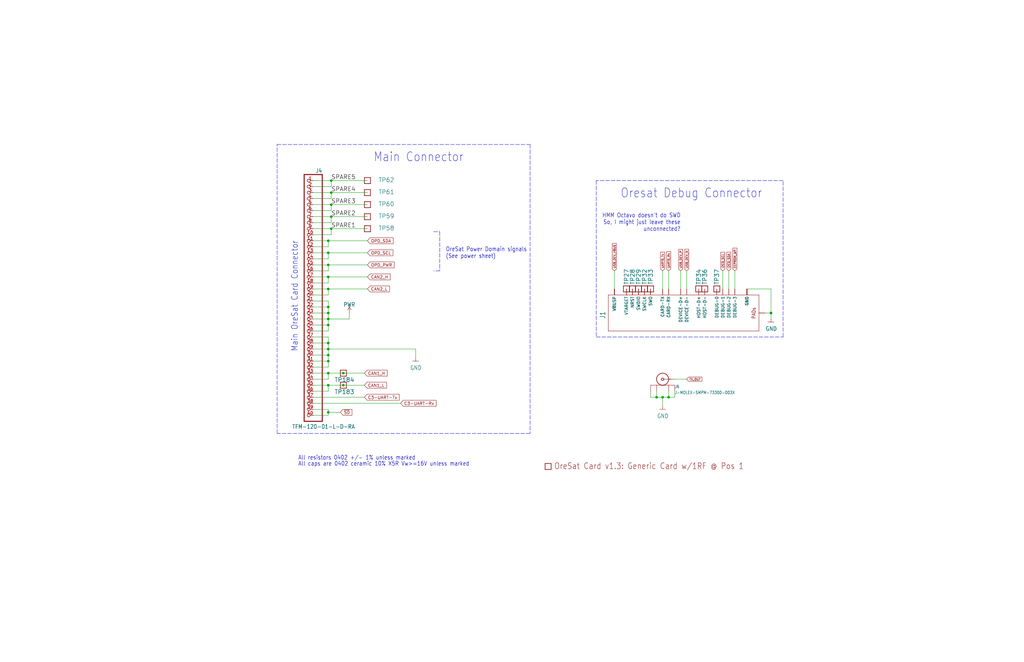
<source format=kicad_sch>
(kicad_sch (version 20211123) (generator eeschema)
  (paper "B")
  (title_block (title "Oresat DxWifi Card") (date "2022-01-30") (rev "1.1"))
  (lib_symbols
    (symbol "OreSat-Power:GND" (power) (pin_names (offset 0))
      (property "Value" "GND" (at 0 -2.54 0))
      (symbol "GND_0_1"
        (polyline (pts (xy 0 0) (xy 0 -1.27) (xy 1.27 -1.27) (xy 0 -1.27) (xy -1.27 -1.27) (xy 0 -1.27)))
      )
      (symbol "GND_1_1"
        (pin power_in line (at 0 0 270) (length 0) hide (name "GND") (number "1"))
      )
    )
    (symbol "OreSat-Power:VBUS" (power) (pin_names (offset 0))
      (property "Value" "VBUS" (at 0 3.556 0))
      (symbol "VBUS_0_1"
        (polyline (pts (xy -0.762 1.27) (xy 0 2.54)))
        (polyline (pts (xy 0 0) (xy 0 2.54)))
        (polyline (pts (xy 0 2.54) (xy 0.762 1.27)))
      )
      (symbol "VBUS_1_1"
        (pin power_in line (at 0 0 90) (length 0) hide (name "PWR") (number "1"))
      )
    )
    (symbol "oresat-live-card-eagle-import:J-MOLEX-SMPM-73300-003X"
      (property "Reference" "CM" (at 5.08 -3.81 0))
      (property "Value" "J-MOLEX-SMPM-73300-003X" (at 5.08 -6.35 0))
      (symbol "J-MOLEX-SMPM-73300-003X_1_0"
        (polyline (pts (xy -5.08 -2.54) (xy -2.54 -2.54)) (stroke (width 0.1524)))
        (polyline (pts (xy -2.54 -2.54) (xy 2.54 -2.54)) (stroke (width 0.1524)))
        (polyline (pts (xy 0.508 0) (xy 3.556 0)) (stroke (width 0.1524)))
        (polyline (pts (xy 5.08 -2.54) (xy 2.54 -2.54)) (stroke (width 0.1524)))
        (circle (center 0 0) (radius 0.508) (stroke (width 0.254)))
        (circle (center 0 0) (radius 2.54) (stroke (width 0.254)))
        (pin passive line (at -5.08 -5.08 90) (length 2.54) (name "SHIELD3") (number "P$1"))
        (pin passive line (at 5.08 -5.08 90) (length 2.54) (name "SHIELD2") (number "P$2"))
        (pin passive line (at -2.54 -5.08 90) (length 2.54) (name "SHIELD1") (number "P$3"))
        (pin passive line (at 2.54 -5.08 90) (length 2.54) (name "SHIELD") (number "P$4"))
        (pin passive line (at 5.08 0 180) (length 2.54) (name "CENTER") (number "RF"))
      )
    )
    (symbol "oresat-live-card-eagle-import:J-SAMTEC-TFM-120-X1-XXX-D-RA"
      (property "Reference" "J" (at -6.35 51.435 0))
      (property "Value" "J-SAMTEC-TFM-120-X1-XXX-D-RA" (at -6.35 -55.88 0))
      (symbol "J-SAMTEC-TFM-120-X1-XXX-D-RA_1_0"
        (polyline (pts (xy -6.35 -53.34) (xy 1.27 -53.34)) (stroke (width 0.4064)))
        (polyline (pts (xy -6.35 50.8) (xy -6.35 -53.34)) (stroke (width 0.4064)))
        (polyline (pts (xy 1.27 -53.34) (xy 1.27 50.8)) (stroke (width 0.4064)))
        (polyline (pts (xy 1.27 50.8) (xy -6.35 50.8)) (stroke (width 0.4064)))
        (pin passive inverted (at -2.54 48.26 0) (length 2.54) (name "1") (number "1"))
        (pin passive inverted (at -2.54 25.4 0) (length 2.54) (name "10") (number "10"))
        (pin passive inverted (at -2.54 22.86 0) (length 2.54) (name "11") (number "11"))
        (pin passive inverted (at -2.54 20.32 0) (length 2.54) (name "12") (number "12"))
        (pin passive inverted (at -2.54 17.78 0) (length 2.54) (name "13") (number "13"))
        (pin passive inverted (at -2.54 15.24 0) (length 2.54) (name "14") (number "14"))
        (pin passive inverted (at -2.54 12.7 0) (length 2.54) (name "15") (number "15"))
        (pin passive inverted (at -2.54 10.16 0) (length 2.54) (name "16") (number "16"))
        (pin passive inverted (at -2.54 7.62 0) (length 2.54) (name "17") (number "17"))
        (pin passive inverted (at -2.54 5.08 0) (length 2.54) (name "18") (number "18"))
        (pin passive inverted (at -2.54 2.54 0) (length 2.54) (name "19") (number "19"))
        (pin passive inverted (at -2.54 45.72 0) (length 2.54) (name "2") (number "2"))
        (pin passive inverted (at -2.54 0 0) (length 2.54) (name "20") (number "20"))
        (pin passive inverted (at -2.54 -2.54 0) (length 2.54) (name "21") (number "21"))
        (pin passive inverted (at -2.54 -5.08 0) (length 2.54) (name "22") (number "22"))
        (pin passive inverted (at -2.54 -7.62 0) (length 2.54) (name "23") (number "23"))
        (pin passive inverted (at -2.54 -10.16 0) (length 2.54) (name "24") (number "24"))
        (pin passive inverted (at -2.54 -12.7 0) (length 2.54) (name "25") (number "25"))
        (pin passive inverted (at -2.54 -15.24 0) (length 2.54) (name "26") (number "26"))
        (pin passive inverted (at -2.54 -17.78 0) (length 2.54) (name "27") (number "27"))
        (pin passive inverted (at -2.54 -20.32 0) (length 2.54) (name "28") (number "28"))
        (pin passive inverted (at -2.54 -22.86 0) (length 2.54) (name "29") (number "29"))
        (pin passive inverted (at -2.54 43.18 0) (length 2.54) (name "3") (number "3"))
        (pin passive inverted (at -2.54 -25.4 0) (length 2.54) (name "30") (number "30"))
        (pin passive inverted (at -2.54 -27.94 0) (length 2.54) (name "31") (number "31"))
        (pin passive inverted (at -2.54 -30.48 0) (length 2.54) (name "32") (number "32"))
        (pin passive inverted (at -2.54 -33.02 0) (length 2.54) (name "33") (number "33"))
        (pin passive inverted (at -2.54 -35.56 0) (length 2.54) (name "34") (number "34"))
        (pin passive inverted (at -2.54 -38.1 0) (length 2.54) (name "35") (number "35"))
        (pin passive inverted (at -2.54 -40.64 0) (length 2.54) (name "36") (number "36"))
        (pin passive inverted (at -2.54 -43.18 0) (length 2.54) (name "37") (number "37"))
        (pin passive inverted (at -2.54 -45.72 0) (length 2.54) (name "38") (number "38"))
        (pin passive inverted (at -2.54 -48.26 0) (length 2.54) (name "39") (number "39"))
        (pin passive inverted (at -2.54 40.64 0) (length 2.54) (name "4") (number "4"))
        (pin passive inverted (at -2.54 -50.8 0) (length 2.54) (name "40") (number "40"))
        (pin passive inverted (at -2.54 38.1 0) (length 2.54) (name "5") (number "5"))
        (pin passive inverted (at -2.54 35.56 0) (length 2.54) (name "6") (number "6"))
        (pin passive inverted (at -2.54 33.02 0) (length 2.54) (name "7") (number "7"))
        (pin passive inverted (at -2.54 30.48 0) (length 2.54) (name "8") (number "8"))
        (pin passive inverted (at -2.54 27.94 0) (length 2.54) (name "9") (number "9"))
      )
    )
    (symbol "oresat-live-card-eagle-import:ORESAT-CARD-V1.3-GENERIC-1RF-POS1"
      (symbol "ORESAT-CARD-V1.3-GENERIC-1RF-POS1_1_0"
        (polyline (pts (xy -1.27 -1.27) (xy 1.27 -1.27)) (stroke (width 0.254)))
        (polyline (pts (xy -1.27 1.27) (xy -1.27 -1.27)) (stroke (width 0.254)))
        (polyline (pts (xy 1.27 -1.27) (xy 1.27 1.27)) (stroke (width 0.254)))
        (polyline (pts (xy 1.27 1.27) (xy -1.27 1.27)) (stroke (width 0.254)))
        (text "OreSat Card v1.3: Generic Card w/1RF @ Pos 1" (at 2.54 -1.27 0) (effects (font (size 2.54 2.159)) (justify left bottom)))
      )
    )
    (symbol "oresat-live-card-eagle-import:ORESAT-DEBUG-CONNECTOR-CARD"
      (property "Reference" "J" (at -3.81 31.75 0))
      (symbol "ORESAT-DEBUG-CONNECTOR-CARD_1_0"
        (polyline (pts (xy -7.62 -33.02) (xy 7.62 -33.02)) (stroke (width 0.1524)))
        (polyline (pts (xy -7.62 30.48) (xy -7.62 -33.02)) (stroke (width 0.1524)))
        (polyline (pts (xy 7.62 -33.02) (xy 7.62 30.48)) (stroke (width 0.1524)))
        (polyline (pts (xy 7.62 30.48) (xy -7.62 30.48)) (stroke (width 0.1524)))
        (text "PADs" (at -2.54 -31.75 0) (effects (font (size 1.524 1.2954)) (justify left bottom)))
        (pin passive line (at 10.16 27.94 180) (length 2.54) (name "VBUSP") (number "1"))
        (pin passive line (at 10.16 20.32 180) (length 2.54) (name "NRST") (number "10"))
        (pin passive line (at 10.16 22.86 180) (length 2.54) (name "VTARGET") (number "11"))
        (pin passive line (at 10.16 5.08 180) (length 2.54) (name "CARD-RX") (number "12"))
        (pin passive line (at 10.16 7.62 180) (length 2.54) (name "CARD-TX") (number "13"))
        (pin passive line (at 10.16 17.78 180) (length 2.54) (name "SWDIO") (number "14"))
        (pin passive line (at 10.16 15.24 180) (length 2.54) (name "SWCLK") (number "15"))
        (pin passive line (at 10.16 12.7 180) (length 2.54) (name "SWO") (number "16"))
        (pin passive line (at 10.16 -15.24 180) (length 2.54) (name "DEBUG-0") (number "17"))
        (pin passive line (at 10.16 -17.78 180) (length 2.54) (name "DEBUG-1") (number "18"))
        (pin passive line (at 10.16 -20.32 180) (length 2.54) (name "DEBUG-2") (number "19"))
        (pin passive line (at 10.16 27.94 180) (length 2.54) (name "VBUSP") (number "2"))
        (pin passive line (at 10.16 -22.86 180) (length 2.54) (name "DEBUG-3") (number "20"))
        (pin passive line (at 10.16 -27.94 180) (length 2.54) (name "GND") (number "3"))
        (pin passive line (at 10.16 0 180) (length 2.54) (name "DEVICE-D+") (number "4"))
        (pin passive line (at 10.16 -2.54 180) (length 2.54) (name "DEVICE-D-") (number "5"))
        (pin passive line (at 10.16 -27.94 180) (length 2.54) (name "GND") (number "6"))
        (pin passive line (at 10.16 -7.62 180) (length 2.54) (name "HOST-D+") (number "7"))
        (pin passive line (at 10.16 -10.16 180) (length 2.54) (name "HOST-D-") (number "8"))
        (pin passive line (at 10.16 -27.94 180) (length 2.54) (name "GND") (number "9"))
        (pin bidirectional line (at 0 -35.56 90) (length 2.54) (name "PAD") (number "PAD1"))
        (pin bidirectional line (at 0 -35.56 90) (length 2.54) (name "PAD") (number "PAD2"))
      )
    )
    (symbol "oresat-live-card-eagle-import:TEST-POINT"
      (property "Reference" "TP" (at -5.08 2.54 0))
      (symbol "TEST-POINT_1_0"
        (polyline (pts (xy -1.27 -1.27) (xy -1.27 1.27)) (stroke (width 0.254)))
        (polyline (pts (xy -1.27 1.27) (xy 1.27 1.27)) (stroke (width 0.254)))
        (polyline (pts (xy 1.27 -1.27) (xy -1.27 -1.27)) (stroke (width 0.254)))
        (polyline (pts (xy 1.27 1.27) (xy 1.27 -1.27)) (stroke (width 0.254)))
        (pin passive line (at 0 0 0) (length 0) (name "1") (number "1"))
      )
    )
  )
  (junction (at 276.86 167.64))
  (junction (at 138.43 106.68))
  (junction (at 138.43 111.76))
  (junction (at 138.43 173.99))
  (junction (at 138.43 132.08))
  (junction (at 138.43 101.6))
  (junction (at 138.43 149.86))
  (junction (at 138.43 152.4))
  (junction (at 325.12 132.08))
  (junction (at 138.43 147.32))
  (junction (at 138.43 116.84))
  (junction (at 138.43 162.56))
  (junction (at 139.7 96.52))
  (junction (at 279.4 167.64))
  (junction (at 138.43 121.92))
  (junction (at 138.43 134.62))
  (junction (at 139.7 86.36))
  (junction (at 139.7 91.44))
  (junction (at 281.94 167.64))
  (junction (at 138.43 144.78))
  (junction (at 139.7 81.28))
  (junction (at 144.78 162.56))
  (junction (at 144.78 157.48))
  (junction (at 138.43 129.54))
  (junction (at 138.43 157.48))
  (junction (at 138.43 137.16))
  (junction (at 139.7 76.2))
  (wire (pts (xy 132.08 83.82) (xy 139.7 83.82)))
  (wire (pts (xy 138.43 111.76) (xy 138.43 114.3)))
  (wire (pts (xy 138.43 106.68) (xy 132.08 106.68)))
  (wire (pts (xy 276.86 165.1) (xy 276.86 167.64)))
  (wire (pts (xy 132.08 149.86) (xy 138.43 149.86)))
  (wire (pts (xy 132.08 104.14) (xy 138.43 104.14)))
  (wire (pts (xy 138.43 111.76) (xy 132.08 111.76)))
  (wire (pts (xy 132.08 109.22) (xy 138.43 109.22)))
  (wire (pts (xy 132.08 167.64) (xy 153.67 167.64)))
  (wire (pts (xy 138.43 173.99) (xy 138.43 172.72)))
  (wire (pts (xy 304.8 121.92) (xy 304.8 114.3)))
  (wire (pts (xy 138.43 129.54) (xy 132.08 129.54)))
  (wire (pts (xy 139.7 81.28) (xy 132.08 81.28)))
  (wire (pts (xy 154.94 96.52) (xy 139.7 96.52)))
  (wire (pts (xy 138.43 109.22) (xy 138.43 106.68)))
  (wire (pts (xy 138.43 132.08) (xy 138.43 129.54)))
  (wire (pts (xy 279.4 167.64) (xy 276.86 167.64)))
  (wire (pts (xy 154.94 76.2) (xy 139.7 76.2)))
  (wire (pts (xy 132.08 144.78) (xy 138.43 144.78)))
  (wire (pts (xy 132.08 165.1) (xy 138.43 165.1)))
  (wire (pts (xy 138.43 144.78) (xy 138.43 147.32)))
  (wire (pts (xy 132.08 170.18) (xy 168.91 170.18)))
  (polyline (pts (xy 116.84 60.96) (xy 223.52 60.96)))
  (wire (pts (xy 154.94 81.28) (xy 139.7 81.28)))
  (wire (pts (xy 138.43 144.78) (xy 138.43 142.24)))
  (wire (pts (xy 307.34 121.92) (xy 307.34 114.3)))
  (polyline (pts (xy 182.88 97.79) (xy 185.42 97.79)))
  (wire (pts (xy 138.43 132.08) (xy 132.08 132.08)))
  (wire (pts (xy 138.43 101.6) (xy 132.08 101.6)))
  (wire (pts (xy 322.58 132.08) (xy 325.12 132.08)))
  (wire (pts (xy 309.88 121.92) (xy 309.88 114.3)))
  (wire (pts (xy 138.43 137.16) (xy 138.43 134.62)))
  (wire (pts (xy 132.08 175.26) (xy 138.43 175.26)))
  (wire (pts (xy 325.12 121.92) (xy 314.96 121.92)))
  (wire (pts (xy 138.43 124.46) (xy 132.08 124.46)))
  (polyline (pts (xy 223.52 60.96) (xy 223.52 182.88)))
  (wire (pts (xy 139.7 88.9) (xy 139.7 86.36)))
  (wire (pts (xy 132.08 162.56) (xy 138.43 162.56)))
  (wire (pts (xy 138.43 162.56) (xy 144.78 162.56)))
  (wire (pts (xy 132.08 78.74) (xy 139.7 78.74)))
  (wire (pts (xy 132.08 139.7) (xy 138.43 139.7)))
  (wire (pts (xy 138.43 157.48) (xy 144.78 157.48)))
  (wire (pts (xy 132.08 160.02) (xy 138.43 160.02)))
  (wire (pts (xy 281.94 167.64) (xy 279.4 167.64)))
  (wire (pts (xy 139.7 93.98) (xy 139.7 91.44)))
  (wire (pts (xy 138.43 119.38) (xy 132.08 119.38)))
  (polyline (pts (xy 185.42 114.3) (xy 182.88 114.3)))
  (wire (pts (xy 132.08 147.32) (xy 138.43 147.32)))
  (wire (pts (xy 281.94 165.1) (xy 281.94 167.64)))
  (polyline (pts (xy 330.2 76.2) (xy 251.46 76.2)))
  (wire (pts (xy 138.43 119.38) (xy 138.43 116.84)))
  (wire (pts (xy 138.43 121.92) (xy 154.94 121.92)))
  (wire (pts (xy 138.43 149.86) (xy 138.43 147.32)))
  (wire (pts (xy 132.08 154.94) (xy 138.43 154.94)))
  (wire (pts (xy 279.4 121.92) (xy 279.4 114.3)))
  (wire (pts (xy 132.08 99.06) (xy 139.7 99.06)))
  (wire (pts (xy 274.32 167.64) (xy 274.32 165.1)))
  (wire (pts (xy 144.78 162.56) (xy 153.67 162.56)))
  (wire (pts (xy 132.08 137.16) (xy 138.43 137.16)))
  (wire (pts (xy 154.94 106.68) (xy 138.43 106.68)))
  (wire (pts (xy 138.43 173.99) (xy 143.51 173.99)))
  (wire (pts (xy 139.7 78.74) (xy 139.7 76.2)))
  (wire (pts (xy 132.08 116.84) (xy 138.43 116.84)))
  (wire (pts (xy 132.08 93.98) (xy 139.7 93.98)))
  (wire (pts (xy 132.08 152.4) (xy 138.43 152.4)))
  (wire (pts (xy 154.94 111.76) (xy 138.43 111.76)))
  (wire (pts (xy 144.78 157.48) (xy 153.67 157.48)))
  (wire (pts (xy 281.94 121.92) (xy 281.94 114.3)))
  (wire (pts (xy 138.43 104.14) (xy 138.43 101.6)))
  (wire (pts (xy 138.43 101.6) (xy 154.94 101.6)))
  (wire (pts (xy 132.08 157.48) (xy 138.43 157.48)))
  (wire (pts (xy 284.48 160.02) (xy 289.56 160.02)))
  (wire (pts (xy 139.7 96.52) (xy 132.08 96.52)))
  (wire (pts (xy 138.43 165.1) (xy 138.43 162.56)))
  (wire (pts (xy 138.43 139.7) (xy 138.43 137.16)))
  (wire (pts (xy 132.08 142.24) (xy 138.43 142.24)))
  (wire (pts (xy 287.02 121.92) (xy 287.02 114.3)))
  (polyline (pts (xy 116.84 182.88) (xy 116.84 60.96)))
  (wire (pts (xy 175.26 151.13) (xy 175.26 147.32)))
  (wire (pts (xy 132.08 88.9) (xy 139.7 88.9)))
  (wire (pts (xy 138.43 154.94) (xy 138.43 152.4)))
  (polyline (pts (xy 251.46 142.24) (xy 330.2 142.24)))
  (wire (pts (xy 132.08 121.92) (xy 138.43 121.92)))
  (wire (pts (xy 138.43 124.46) (xy 138.43 121.92)))
  (wire (pts (xy 138.43 152.4) (xy 138.43 149.86)))
  (wire (pts (xy 138.43 114.3) (xy 132.08 114.3)))
  (wire (pts (xy 284.48 167.64) (xy 281.94 167.64)))
  (polyline (pts (xy 330.2 142.24) (xy 330.2 76.2)))
  (wire (pts (xy 138.43 134.62) (xy 138.43 132.08)))
  (wire (pts (xy 279.4 167.64) (xy 279.4 171.45)))
  (wire (pts (xy 138.43 147.32) (xy 175.26 147.32)))
  (wire (pts (xy 138.43 129.54) (xy 138.43 127)))
  (wire (pts (xy 147.32 132.08) (xy 147.32 134.62)))
  (wire (pts (xy 289.56 121.92) (xy 289.56 114.3)))
  (wire (pts (xy 139.7 91.44) (xy 132.08 91.44)))
  (wire (pts (xy 139.7 86.36) (xy 132.08 86.36)))
  (polyline (pts (xy 223.52 182.88) (xy 116.84 182.88)))
  (wire (pts (xy 138.43 116.84) (xy 154.94 116.84)))
  (wire (pts (xy 139.7 83.82) (xy 139.7 81.28)))
  (wire (pts (xy 259.08 121.92) (xy 259.08 114.3)))
  (wire (pts (xy 132.08 134.62) (xy 138.43 134.62)))
  (wire (pts (xy 154.94 91.44) (xy 139.7 91.44)))
  (wire (pts (xy 138.43 175.26) (xy 138.43 173.99)))
  (wire (pts (xy 138.43 160.02) (xy 138.43 157.48)))
  (wire (pts (xy 276.86 167.64) (xy 274.32 167.64)))
  (wire (pts (xy 139.7 99.06) (xy 139.7 96.52)))
  (wire (pts (xy 325.12 132.08) (xy 325.12 121.92)))
  (wire (pts (xy 147.32 134.62) (xy 138.43 134.62)))
  (wire (pts (xy 138.43 127) (xy 132.08 127)))
  (polyline (pts (xy 251.46 76.2) (xy 251.46 142.24)))
  (wire (pts (xy 139.7 76.2) (xy 132.08 76.2)))
  (wire (pts (xy 138.43 172.72) (xy 132.08 172.72)))
  (wire (pts (xy 284.48 165.1) (xy 284.48 167.64)))
  (wire (pts (xy 325.12 132.08) (xy 325.12 134.62)))
  (wire (pts (xy 154.94 86.36) (xy 139.7 86.36)))
  (polyline (pts (xy 185.42 97.79) (xy 185.42 114.3)))
  (text "OreSat Power Domain signals\n(See power sheet)" (at 187.96 109.22 180) (effects (font (size 1.778 1.5113)) (justify left bottom)))
  (text "All resistors 0402 +/- 1% unless marked" (at 125.73 194.31 180) (effects (font (size 1.778 1.5113)) (justify left bottom)))
  (text "Main Connector" (at 157.48 68.58 180) (effects (font (size 3.81 3.2385)) (justify left bottom)))
  (text "Main OreSat Card Connector" (at 125.73 101.6 270) (effects (font (size 2.54 2.159)) (justify right bottom)))
  (text "All caps are 0402 ceramic 10% X5R Vw>=16V unless marked" (at 125.73 196.85 0) (effects (font (size 1.778 1.5113)) (justify left bottom)))
  (text "HMM Octavo doesn't do SWD\nSo, I might just leave these\nunconnected?" (at 287.02 97.79 0) (effects (font (size 1.778 1.5113)) (justify right bottom)))
  (text "Oresat Debug Connector" (at 261.62 83.82 180) (effects (font (size 3.81 3.2385)) (justify left bottom)))
  (label "SPARE2" (at 139.7 91.44 0) (effects (font (size 1.778 1.778))))
  (label "SPARE5" (at 139.7 76.2 0) (effects (font (size 1.778 1.778))))
  (label "SPARE3" (at 139.7 86.36 0) (effects (font (size 1.778 1.778))))
  (label "SPARE1" (at 139.7 96.52 0) (effects (font (size 1.778 1.778))))
  (label "SPARE4" (at 139.7 81.28 0) (effects (font (size 1.778 1.778))))
  (global_label "UART0_Rx" (shape input) (at 281.94 114.3 90) (effects (font (size 0.889 0.889))) (property "Intersheet References" "${INTERSHEET_REFS}" (at 281.8845 106.2186 90) (effects (font (size 0.889 0.889)) (justify left))))
  (global_label "USB_DEV_VBUS" (shape input) (at 259.08 114.3 90) (effects (font (size 0.889 0.889))) (property "Intersheet References" "${INTERSHEET_REFS}" (at 259.0245 102.7049 90) (effects (font (size 0.889 0.889)) (justify left))))
  (global_label "CAN1_H" (shape input) (at 153.67 157.48 0) (property "Intersheet References" "${INTERSHEET_REFS}" (at 163.2798 157.4006 0) (effects (justify left))))
  (global_label "EEPROM_WP" (shape input) (at 309.88 114.3 90) (effects (font (size 0.889 0.889))) (property "Intersheet References" "${INTERSHEET_REFS}" (at 309.8245 104.6946 90) (effects (font (size 0.889 0.889)) (justify left))))
  (global_label "OPD_PWR" (shape input) (at 154.94 111.76 0) (property "Intersheet References" "${INTERSHEET_REFS}" (at 166.1826 111.6806 0) (effects (justify left))))
  (global_label "OPD_SCL" (shape input) (at 154.94 106.68 0) (property "Intersheet References" "${INTERSHEET_REFS}" (at 165.6988 106.6006 0) (effects (justify left))))
  (global_label "~{SD}" (shape input) (at 143.51 173.99 0) (property "Intersheet References" "${INTERSHEET_REFS}" (at 148.4026 173.9106 0) (effects (justify left))))
  (global_label "C3-UART-Tx" (shape input) (at 153.67 167.64 0) (property "Intersheet References" "${INTERSHEET_REFS}" (at 168.3598 167.5606 0) (effects (justify left))))
  (global_label "I2C0_SCL" (shape input) (at 304.8 114.3 90) (effects (font (size 0.889 0.889))) (property "Intersheet References" "${INTERSHEET_REFS}" (at 304.7445 106.4726 90) (effects (font (size 0.889 0.889)) (justify left))))
  (global_label "UART0_Tx" (shape input) (at 279.4 114.3 90) (effects (font (size 0.889 0.889))) (property "Intersheet References" "${INTERSHEET_REFS}" (at 279.3445 106.4302 90) (effects (font (size 0.889 0.889)) (justify left))))
  (global_label "USB_DEV_P" (shape input) (at 287.02 114.3 90) (effects (font (size 0.889 0.889))) (property "Intersheet References" "${INTERSHEET_REFS}" (at 286.9645 105.2449 90) (effects (font (size 0.889 0.889)) (justify left))))
  (global_label "C3-UART-Rx" (shape input) (at 168.91 170.18 0) (property "Intersheet References" "${INTERSHEET_REFS}" (at 183.9021 170.1006 0) (effects (justify left))))
  (global_label "I2C0_SDA" (shape input) (at 307.34 114.3 90) (effects (font (size 0.889 0.889))) (property "Intersheet References" "${INTERSHEET_REFS}" (at 307.2845 106.4302 90) (effects (font (size 0.889 0.889)) (justify left))))
  (global_label "USB_DEV_N" (shape input) (at 289.56 114.3 90) (effects (font (size 0.889 0.889))) (property "Intersheet References" "${INTERSHEET_REFS}" (at 289.5045 105.2026 90) (effects (font (size 0.889 0.889)) (justify left))))
  (global_label "CAN2_L" (shape input) (at 154.94 121.92 0) (property "Intersheet References" "${INTERSHEET_REFS}" (at 164.2474 121.8406 0) (effects (justify left))))
  (global_label "CAN1_L" (shape input) (at 153.67 162.56 0) (property "Intersheet References" "${INTERSHEET_REFS}" (at 162.9774 162.4806 0) (effects (justify left))))
  (global_label "OPD_SDA" (shape input) (at 154.94 101.6 0) (property "Intersheet References" "${INTERSHEET_REFS}" (at 165.7593 101.5206 0) (effects (justify left))))
  (global_label "CAN2_H" (shape input) (at 154.94 116.84 0) (property "Intersheet References" "${INTERSHEET_REFS}" (at 164.5498 116.7606 0) (effects (justify left))))
  (global_label "TX_OUT" (shape input) (at 289.56 160.02 0) (effects (font (size 0.889 0.889))) (property "Intersheet References" "${INTERSHEET_REFS}" (at 295.9904 159.9645 0) (effects (font (size 0.889 0.889)) (justify left))))
  (symbol (lib_id "oresat-live-card-eagle-import:TEST-POINT") (at 269.24 121.92 180) (unit 1)
    (property "Reference" "TP29" (at 269.24 116.84 90) (effects (font (size 1.778 1.778))))
    (property "Value" "TEST-POINT" (effects hide))
    (property "Footprint" "oresat-live-card:2MM-TEST-POINT" (effects hide))
  )
  (symbol (lib_id "oresat-live-card-eagle-import:TEST-POINT") (at 154.94 81.28 0) (unit 1)
    (property "Reference" "TP61" (at 159.512 82.042 0) (effects (font (size 1.778 1.778)) (justify left bottom)))
    (property "Value" "TEST-POINT3X4" (effects hide))
    (property "Footprint" "oresat-live-card:PAD.03X.04" (effects hide))
  )
  (symbol (lib_id "oresat-live-card-eagle-import:TEST-POINT") (at 271.78 121.92 180) (unit 1)
    (property "Reference" "TP32" (at 271.78 116.84 90) (effects (font (size 1.778 1.778))))
    (property "Value" "TEST-POINT" (effects hide))
    (property "Footprint" "oresat-live-card:2MM-TEST-POINT" (effects hide))
  )
  (symbol (lib_id "oresat-live-card-eagle-import:TEST-POINT") (at 302.26 121.92 180) (unit 1)
    (property "Reference" "TP37" (at 302.26 116.84 90) (effects (font (size 1.778 1.778))))
    (property "Value" "TEST-POINT" (effects hide))
    (property "Footprint" "oresat-live-card:2MM-TEST-POINT" (effects hide))
  )
  (symbol (lib_id "oresat-live-card-eagle-import:ORESAT-CARD-V1.3-GENERIC-1RF-POS1") (at 231.14 196.85 0) (unit 1)
    (property "Reference" "PCB1" (effects hide))
    (property "Value" "ORESAT-CARD-V1.3-GENERIC-1RF-POS1" (effects hide))
    (property "Footprint" "oresat-live-card:ORESAT-CARD-V1.3-GENERIC-1RF-POS1" (effects hide))
  )
  (symbol (lib_id "oresat-live-card-eagle-import:J-SAMTEC-TFM-120-X1-XXX-D-RA") (at 129.54 124.46 0) (mirror y) (unit 1)
    (property "Reference" "J4" (at 135.89 73.025 0) (effects (font (size 1.778 1.5113)) (justify left bottom)))
    (property "Value" "TFM-120-01-L-D-RA" (at 123.19 179.07 0) (effects (font (size 1.778 1.5113)) (justify right top)))
    (property "Footprint" "oresat-live-card:J-SAMTEC-TFM-120-X1-XXX-D-RA" (effects hide))
    (property "Description" "CONN HEADER R/A 40POS 1.27MM" (effects hide))
    (property "MPN" "TFM-120-01-L-D-RA" (effects hide))
    (property "Distributor" "DigiKey" (effects hide))
  )
  (symbol (lib_id "OreSat-Power:GND") (at 279.4 171.45 0) (mirror y) (unit 1)
    (property "Reference" "#GND04" (effects hide))
    (property "Value" "GND" (at 281.94 176.53 0) (effects (font (size 1.778 1.5113)) (justify left bottom)))
    (property "Footprint" "oresat-live-card:" (effects hide))
  )
  (symbol (lib_id "oresat-live-card-eagle-import:TEST-POINT") (at 154.94 76.2 0) (unit 1)
    (property "Reference" "TP62" (at 159.512 76.962 0) (effects (font (size 1.778 1.778)) (justify left bottom)))
    (property "Value" "TEST-POINT3X4" (effects hide))
    (property "Footprint" "oresat-live-card:PAD.03X.04" (effects hide))
  )
  (symbol (lib_id "OreSat-Power:GND") (at 325.12 134.62 0) (mirror y) (unit 1)
    (property "Reference" "#GND076" (effects hide))
    (property "Value" "GND" (at 327.66 139.7 0) (effects (font (size 1.778 1.5113)) (justify left bottom)))
    (property "Footprint" "oresat-live-card:" (effects hide))
  )
  (symbol (lib_id "oresat-live-card-eagle-import:TEST-POINT") (at 144.78 162.56 0) (unit 1)
    (property "Reference" "TP183" (at 140.97 166.37 0) (effects (font (size 1.778 1.778)) (justify left bottom)))
    (property "Value" "TEST-POINT3X4" (effects hide))
    (property "Footprint" "oresat-live-card:PAD.03X.04" (effects hide))
  )
  (symbol (lib_id "OreSat-Power:VBUS") (at 147.32 132.08 0) (unit 1)
    (property "Reference" "#VBUS02" (effects hide))
    (property "Value" "VBUS" (at 147.32 129.54 0) (effects (font (size 1.778 1.5113)) (justify bottom)))
    (property "Footprint" "oresat-live-card:" (effects hide))
  )
  (symbol (lib_id "oresat-live-card-eagle-import:TEST-POINT") (at 297.18 121.92 180) (unit 1)
    (property "Reference" "TP36" (at 297.18 116.84 90) (effects (font (size 1.778 1.778))))
    (property "Value" "TEST-POINT" (effects hide))
    (property "Footprint" "oresat-live-card:2MM-TEST-POINT" (effects hide))
  )
  (symbol (lib_id "oresat-live-card-eagle-import:ORESAT-DEBUG-CONNECTOR-CARD") (at 287.02 132.08 90) (unit 1)
    (property "Reference" "J1" (at 255.27 134.62 0) (effects (font (size 2.0828 1.7703)) (justify left bottom)))
    (property "Value" "ORESAT-DEBUG-CONNECTOR-CARD" (effects hide))
    (property "Footprint" "oresat-live-card:TE_2-1734592-0" (effects hide))
    (property "Description" "CONN FPC BOTTOM 20POS 0.50MM R/A" (effects hide))
    (property "MPN" "2-1734592-0" (effects hide))
    (property "Distributor" "DigiKey" (effects hide))
  )
  (symbol (lib_id "oresat-live-card-eagle-import:TEST-POINT") (at 274.32 121.92 180) (unit 1)
    (property "Reference" "TP33" (at 274.32 116.84 90) (effects (font (size 1.778 1.778))))
    (property "Value" "TEST-POINT" (effects hide))
    (property "Footprint" "oresat-live-card:2MM-TEST-POINT" (effects hide))
  )
  (symbol (lib_id "OreSat-Power:GND") (at 175.26 151.13 0) (mirror y) (unit 1)
    (property "Reference" "#GND01" (effects hide))
    (property "Value" "GND" (at 177.8 156.21 0) (effects (font (size 1.778 1.5113)) (justify left bottom)))
    (property "Footprint" "oresat-live-card:" (effects hide))
  )
  (symbol (lib_id "oresat-live-card-eagle-import:TEST-POINT") (at 154.94 96.52 0) (unit 1)
    (property "Reference" "TP58" (at 159.512 97.282 0) (effects (font (size 1.778 1.778)) (justify left bottom)))
    (property "Value" "TEST-POINT3X4" (effects hide))
    (property "Footprint" "oresat-live-card:PAD.03X.04" (effects hide))
  )
  (symbol (lib_id "oresat-live-card-eagle-import:TEST-POINT") (at 266.7 121.92 180) (unit 1)
    (property "Reference" "TP28" (at 266.7 116.84 90) (effects (font (size 1.778 1.778))))
    (property "Value" "TEST-POINT" (effects hide))
    (property "Footprint" "oresat-live-card:2MM-TEST-POINT" (effects hide))
  )
  (symbol (lib_id "oresat-live-card-eagle-import:TEST-POINT") (at 144.78 157.48 0) (unit 1)
    (property "Reference" "TP184" (at 140.97 161.29 0) (effects (font (size 1.778 1.778)) (justify left bottom)))
    (property "Value" "TEST-POINT3X4" (effects hide))
    (property "Footprint" "oresat-live-card:PAD.03X.04" (effects hide))
  )
  (symbol (lib_id "oresat-live-card-eagle-import:TEST-POINT") (at 264.16 121.92 180) (unit 1)
    (property "Reference" "TP27" (at 264.16 116.84 90) (effects (font (size 1.778 1.778))))
    (property "Value" "TEST-POINT" (effects hide))
    (property "Footprint" "oresat-live-card:2MM-TEST-POINT" (effects hide))
  )
  (symbol (lib_id "oresat-live-card-eagle-import:TEST-POINT") (at 154.94 86.36 0) (unit 1)
    (property "Reference" "TP60" (at 159.512 87.122 0) (effects (font (size 1.778 1.778)) (justify left bottom)))
    (property "Value" "TEST-POINT3X4" (effects hide))
    (property "Footprint" "oresat-live-card:PAD.03X.04" (effects hide))
  )
  (symbol (lib_id "oresat-live-card-eagle-import:TEST-POINT") (at 154.94 91.44 0) (unit 1)
    (property "Reference" "TP59" (at 159.512 92.202 0) (effects (font (size 1.778 1.778)) (justify left bottom)))
    (property "Value" "TEST-POINT3X4" (effects hide))
    (property "Footprint" "oresat-live-card:PAD.03X.04" (effects hide))
  )
  (symbol (lib_id "oresat-live-card-eagle-import:J-MOLEX-SMPM-73300-003X") (at 279.4 160.02 0) (unit 1)
    (property "Reference" "J6" (at 284.48 163.83 0) (effects (font (size 1.27 1.0795)) (justify left bottom)))
    (property "Value" "J-MOLEX-SMPM-73300-003X" (at 284.48 166.37 0) (effects (font (size 1.27 1.0795)) (justify left bottom)))
    (property "Footprint" "oresat-live-card:J-MOLEX-SMPM-073300-003X" (effects hide))
    (property "Description" "CONN SMPM PLUG STR EDGEMNT" (effects hide))
    (property "MPN" "0733000020" (effects hide))
    (property "Distributor" "DigiKey" (effects hide))
  )
  (symbol (lib_id "oresat-live-card-eagle-import:TEST-POINT") (at 294.64 121.92 180) (unit 1)
    (property "Reference" "TP34" (at 294.64 116.84 90) (effects (font (size 1.778 1.778))))
    (property "Value" "TEST-POINT" (effects hide))
    (property "Footprint" "oresat-live-card:2MM-TEST-POINT" (effects hide))
  )
)
</source>
